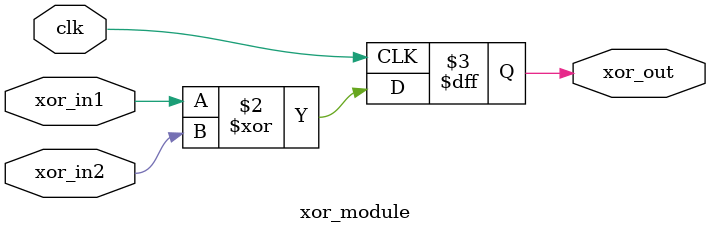
<source format=v>
module xor_module (clk,xor_in1,xor_in2,xor_out);
   input     clk;
   input     xor_in1,xor_in2;    
   output    xor_out;        
   reg       xor_out;
   
   always @(posedge clk) begin 
      xor_out = (xor_in1 ^ xor_in2);
   end
   
endmodule


</source>
